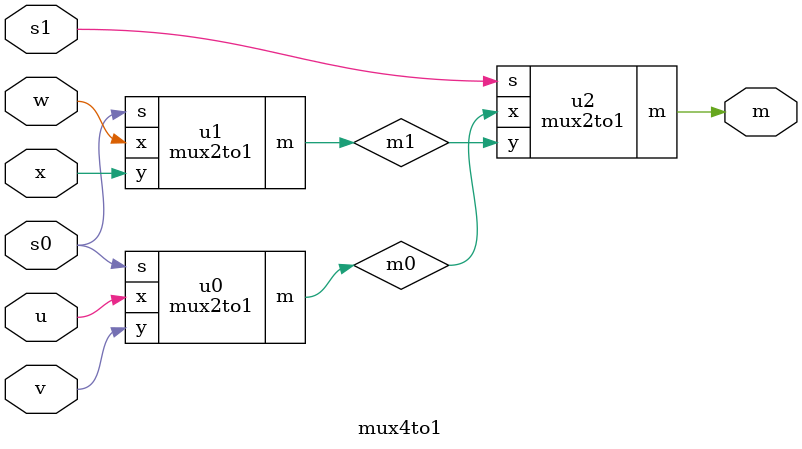
<source format=v>
`timescale 1ns / 1ns // `timescale time_unit/time_precision


//LEDR[0] output display

module mux(LEDR, SW);
   input [9:0] SW;
   output [9:0] LEDR;

   mux2to1 u0(
              .x(SW[0]),
              .y(SW[1]),
              .s(SW[9]),
              .m(LEDR[0])
              );
endmodule

module mux2to1(x, y, s, m);
   input x; //selected when s is 0
   input y; //selected when s is 1
   input s; //select signal
   output m; //output
   
   assign m = s & y | ~s & x;
   // OR
   // assign m = s ? y : x;

endmodule


module mux4to1(u, v, w, x, s0, s1, m);
   input u, v, w, x;
   input s0, s1;
   output m;
   wire   m0, m1;

   mux2to1 u0(
              .x(u),
              .y(v),
              .s(s0),
              .m(m0)
              );
   mux2to1 u1(
              .x(w),
              .y(x),
              .s(s0),
              .m(m1)
              );
   mux2to1 u2(
              .x(m0),
              .y(m1),
              .s(s1),
              .m(m)
              );

endmodule

</source>
